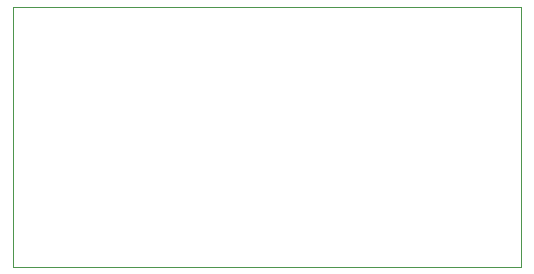
<source format=gbr>
G04 (created by PCBNEW (2013-07-07 BZR 4022)-stable) date 2014-07-07 10:16:25 AM*
%MOIN*%
G04 Gerber Fmt 3.4, Leading zero omitted, Abs format*
%FSLAX34Y34*%
G01*
G70*
G90*
G04 APERTURE LIST*
%ADD10C,0.00590551*%
%ADD11C,0.00393701*%
G04 APERTURE END LIST*
G54D10*
G54D11*
X38188Y-48425D02*
X21259Y-48425D01*
X38188Y-39763D02*
X38188Y-48425D01*
X21259Y-39763D02*
X38188Y-39763D01*
X21259Y-48425D02*
X21259Y-39763D01*
M02*

</source>
